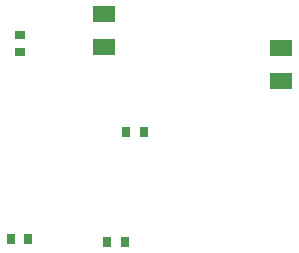
<source format=gbr>
G04*
G04 #@! TF.GenerationSoftware,Altium Limited,Altium Designer,24.2.2 (26)*
G04*
G04 Layer_Color=8421504*
%FSLAX45Y45*%
%MOMM*%
G71*
G04*
G04 #@! TF.SameCoordinates,7AAD8A9D-A8BC-4A06-A169-5CC17A717069*
G04*
G04*
G04 #@! TF.FilePolarity,Positive*
G04*
G01*
G75*
%ADD15R,0.65000X0.90000*%
%ADD16R,1.91000X1.37000*%
%ADD17R,0.90000X0.65000*%
D15*
X11252200Y8382000D02*
D03*
X11107202D02*
D03*
X10435702Y8407400D02*
D03*
X10290698D02*
D03*
X11413602Y9309100D02*
D03*
X11268598D02*
D03*
D16*
X11074400Y10028199D02*
D03*
Y10312400D02*
D03*
X12573000Y9738502D02*
D03*
Y10022698D02*
D03*
D17*
X10363200Y9985898D02*
D03*
Y10130902D02*
D03*
M02*

</source>
